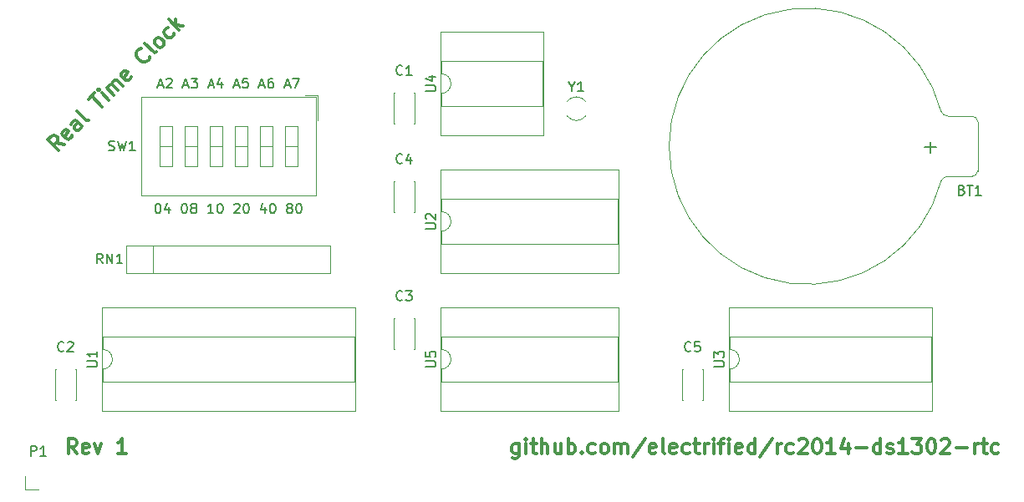
<source format=gto>
G04 #@! TF.FileFunction,Legend,Top*
%FSLAX46Y46*%
G04 Gerber Fmt 4.6, Leading zero omitted, Abs format (unit mm)*
G04 Created by KiCad (PCBNEW 4.0.7) date Sun Jan 21 13:03:22 2018*
%MOMM*%
%LPD*%
G01*
G04 APERTURE LIST*
%ADD10C,0.100000*%
%ADD11C,0.200000*%
%ADD12C,0.300000*%
%ADD13C,0.120000*%
%ADD14C,0.150000*%
G04 APERTURE END LIST*
D10*
D11*
X74089523Y-135342381D02*
X74184762Y-135342381D01*
X74280000Y-135390000D01*
X74327619Y-135437619D01*
X74375238Y-135532857D01*
X74422857Y-135723333D01*
X74422857Y-135961429D01*
X74375238Y-136151905D01*
X74327619Y-136247143D01*
X74280000Y-136294762D01*
X74184762Y-136342381D01*
X74089523Y-136342381D01*
X73994285Y-136294762D01*
X73946666Y-136247143D01*
X73899047Y-136151905D01*
X73851428Y-135961429D01*
X73851428Y-135723333D01*
X73899047Y-135532857D01*
X73946666Y-135437619D01*
X73994285Y-135390000D01*
X74089523Y-135342381D01*
X75280000Y-135675714D02*
X75280000Y-136342381D01*
X75041904Y-135294762D02*
X74803809Y-136009048D01*
X75422857Y-136009048D01*
X76756190Y-135342381D02*
X76851429Y-135342381D01*
X76946667Y-135390000D01*
X76994286Y-135437619D01*
X77041905Y-135532857D01*
X77089524Y-135723333D01*
X77089524Y-135961429D01*
X77041905Y-136151905D01*
X76994286Y-136247143D01*
X76946667Y-136294762D01*
X76851429Y-136342381D01*
X76756190Y-136342381D01*
X76660952Y-136294762D01*
X76613333Y-136247143D01*
X76565714Y-136151905D01*
X76518095Y-135961429D01*
X76518095Y-135723333D01*
X76565714Y-135532857D01*
X76613333Y-135437619D01*
X76660952Y-135390000D01*
X76756190Y-135342381D01*
X77660952Y-135770952D02*
X77565714Y-135723333D01*
X77518095Y-135675714D01*
X77470476Y-135580476D01*
X77470476Y-135532857D01*
X77518095Y-135437619D01*
X77565714Y-135390000D01*
X77660952Y-135342381D01*
X77851429Y-135342381D01*
X77946667Y-135390000D01*
X77994286Y-135437619D01*
X78041905Y-135532857D01*
X78041905Y-135580476D01*
X77994286Y-135675714D01*
X77946667Y-135723333D01*
X77851429Y-135770952D01*
X77660952Y-135770952D01*
X77565714Y-135818571D01*
X77518095Y-135866190D01*
X77470476Y-135961429D01*
X77470476Y-136151905D01*
X77518095Y-136247143D01*
X77565714Y-136294762D01*
X77660952Y-136342381D01*
X77851429Y-136342381D01*
X77946667Y-136294762D01*
X77994286Y-136247143D01*
X78041905Y-136151905D01*
X78041905Y-135961429D01*
X77994286Y-135866190D01*
X77946667Y-135818571D01*
X77851429Y-135770952D01*
X79756191Y-136342381D02*
X79184762Y-136342381D01*
X79470476Y-136342381D02*
X79470476Y-135342381D01*
X79375238Y-135485238D01*
X79280000Y-135580476D01*
X79184762Y-135628095D01*
X80375238Y-135342381D02*
X80470477Y-135342381D01*
X80565715Y-135390000D01*
X80613334Y-135437619D01*
X80660953Y-135532857D01*
X80708572Y-135723333D01*
X80708572Y-135961429D01*
X80660953Y-136151905D01*
X80613334Y-136247143D01*
X80565715Y-136294762D01*
X80470477Y-136342381D01*
X80375238Y-136342381D01*
X80280000Y-136294762D01*
X80232381Y-136247143D01*
X80184762Y-136151905D01*
X80137143Y-135961429D01*
X80137143Y-135723333D01*
X80184762Y-135532857D01*
X80232381Y-135437619D01*
X80280000Y-135390000D01*
X80375238Y-135342381D01*
X81851429Y-135437619D02*
X81899048Y-135390000D01*
X81994286Y-135342381D01*
X82232382Y-135342381D01*
X82327620Y-135390000D01*
X82375239Y-135437619D01*
X82422858Y-135532857D01*
X82422858Y-135628095D01*
X82375239Y-135770952D01*
X81803810Y-136342381D01*
X82422858Y-136342381D01*
X83041905Y-135342381D02*
X83137144Y-135342381D01*
X83232382Y-135390000D01*
X83280001Y-135437619D01*
X83327620Y-135532857D01*
X83375239Y-135723333D01*
X83375239Y-135961429D01*
X83327620Y-136151905D01*
X83280001Y-136247143D01*
X83232382Y-136294762D01*
X83137144Y-136342381D01*
X83041905Y-136342381D01*
X82946667Y-136294762D01*
X82899048Y-136247143D01*
X82851429Y-136151905D01*
X82803810Y-135961429D01*
X82803810Y-135723333D01*
X82851429Y-135532857D01*
X82899048Y-135437619D01*
X82946667Y-135390000D01*
X83041905Y-135342381D01*
X84994287Y-135675714D02*
X84994287Y-136342381D01*
X84756191Y-135294762D02*
X84518096Y-136009048D01*
X85137144Y-136009048D01*
X85708572Y-135342381D02*
X85803811Y-135342381D01*
X85899049Y-135390000D01*
X85946668Y-135437619D01*
X85994287Y-135532857D01*
X86041906Y-135723333D01*
X86041906Y-135961429D01*
X85994287Y-136151905D01*
X85946668Y-136247143D01*
X85899049Y-136294762D01*
X85803811Y-136342381D01*
X85708572Y-136342381D01*
X85613334Y-136294762D01*
X85565715Y-136247143D01*
X85518096Y-136151905D01*
X85470477Y-135961429D01*
X85470477Y-135723333D01*
X85518096Y-135532857D01*
X85565715Y-135437619D01*
X85613334Y-135390000D01*
X85708572Y-135342381D01*
X87375239Y-135770952D02*
X87280001Y-135723333D01*
X87232382Y-135675714D01*
X87184763Y-135580476D01*
X87184763Y-135532857D01*
X87232382Y-135437619D01*
X87280001Y-135390000D01*
X87375239Y-135342381D01*
X87565716Y-135342381D01*
X87660954Y-135390000D01*
X87708573Y-135437619D01*
X87756192Y-135532857D01*
X87756192Y-135580476D01*
X87708573Y-135675714D01*
X87660954Y-135723333D01*
X87565716Y-135770952D01*
X87375239Y-135770952D01*
X87280001Y-135818571D01*
X87232382Y-135866190D01*
X87184763Y-135961429D01*
X87184763Y-136151905D01*
X87232382Y-136247143D01*
X87280001Y-136294762D01*
X87375239Y-136342381D01*
X87565716Y-136342381D01*
X87660954Y-136294762D01*
X87708573Y-136247143D01*
X87756192Y-136151905D01*
X87756192Y-135961429D01*
X87708573Y-135866190D01*
X87660954Y-135818571D01*
X87565716Y-135770952D01*
X88375239Y-135342381D02*
X88470478Y-135342381D01*
X88565716Y-135390000D01*
X88613335Y-135437619D01*
X88660954Y-135532857D01*
X88708573Y-135723333D01*
X88708573Y-135961429D01*
X88660954Y-136151905D01*
X88613335Y-136247143D01*
X88565716Y-136294762D01*
X88470478Y-136342381D01*
X88375239Y-136342381D01*
X88280001Y-136294762D01*
X88232382Y-136247143D01*
X88184763Y-136151905D01*
X88137144Y-135961429D01*
X88137144Y-135723333D01*
X88184763Y-135532857D01*
X88232382Y-135437619D01*
X88280001Y-135390000D01*
X88375239Y-135342381D01*
X74137142Y-123356667D02*
X74613333Y-123356667D01*
X74041904Y-123642381D02*
X74375237Y-122642381D01*
X74708571Y-123642381D01*
X74994285Y-122737619D02*
X75041904Y-122690000D01*
X75137142Y-122642381D01*
X75375238Y-122642381D01*
X75470476Y-122690000D01*
X75518095Y-122737619D01*
X75565714Y-122832857D01*
X75565714Y-122928095D01*
X75518095Y-123070952D01*
X74946666Y-123642381D01*
X75565714Y-123642381D01*
X76708571Y-123356667D02*
X77184762Y-123356667D01*
X76613333Y-123642381D02*
X76946666Y-122642381D01*
X77280000Y-123642381D01*
X77518095Y-122642381D02*
X78137143Y-122642381D01*
X77803809Y-123023333D01*
X77946667Y-123023333D01*
X78041905Y-123070952D01*
X78089524Y-123118571D01*
X78137143Y-123213810D01*
X78137143Y-123451905D01*
X78089524Y-123547143D01*
X78041905Y-123594762D01*
X77946667Y-123642381D01*
X77660952Y-123642381D01*
X77565714Y-123594762D01*
X77518095Y-123547143D01*
X79280000Y-123356667D02*
X79756191Y-123356667D01*
X79184762Y-123642381D02*
X79518095Y-122642381D01*
X79851429Y-123642381D01*
X80613334Y-122975714D02*
X80613334Y-123642381D01*
X80375238Y-122594762D02*
X80137143Y-123309048D01*
X80756191Y-123309048D01*
X81851429Y-123356667D02*
X82327620Y-123356667D01*
X81756191Y-123642381D02*
X82089524Y-122642381D01*
X82422858Y-123642381D01*
X83232382Y-122642381D02*
X82756191Y-122642381D01*
X82708572Y-123118571D01*
X82756191Y-123070952D01*
X82851429Y-123023333D01*
X83089525Y-123023333D01*
X83184763Y-123070952D01*
X83232382Y-123118571D01*
X83280001Y-123213810D01*
X83280001Y-123451905D01*
X83232382Y-123547143D01*
X83184763Y-123594762D01*
X83089525Y-123642381D01*
X82851429Y-123642381D01*
X82756191Y-123594762D01*
X82708572Y-123547143D01*
X84422858Y-123356667D02*
X84899049Y-123356667D01*
X84327620Y-123642381D02*
X84660953Y-122642381D01*
X84994287Y-123642381D01*
X85756192Y-122642381D02*
X85565715Y-122642381D01*
X85470477Y-122690000D01*
X85422858Y-122737619D01*
X85327620Y-122880476D01*
X85280001Y-123070952D01*
X85280001Y-123451905D01*
X85327620Y-123547143D01*
X85375239Y-123594762D01*
X85470477Y-123642381D01*
X85660954Y-123642381D01*
X85756192Y-123594762D01*
X85803811Y-123547143D01*
X85851430Y-123451905D01*
X85851430Y-123213810D01*
X85803811Y-123118571D01*
X85756192Y-123070952D01*
X85660954Y-123023333D01*
X85470477Y-123023333D01*
X85375239Y-123070952D01*
X85327620Y-123118571D01*
X85280001Y-123213810D01*
X86994287Y-123356667D02*
X87470478Y-123356667D01*
X86899049Y-123642381D02*
X87232382Y-122642381D01*
X87565716Y-123642381D01*
X87803811Y-122642381D02*
X88470478Y-122642381D01*
X88041906Y-123642381D01*
D12*
X65909287Y-160698571D02*
X65409287Y-159984286D01*
X65052144Y-160698571D02*
X65052144Y-159198571D01*
X65623572Y-159198571D01*
X65766430Y-159270000D01*
X65837858Y-159341429D01*
X65909287Y-159484286D01*
X65909287Y-159698571D01*
X65837858Y-159841429D01*
X65766430Y-159912857D01*
X65623572Y-159984286D01*
X65052144Y-159984286D01*
X67123572Y-160627143D02*
X66980715Y-160698571D01*
X66695001Y-160698571D01*
X66552144Y-160627143D01*
X66480715Y-160484286D01*
X66480715Y-159912857D01*
X66552144Y-159770000D01*
X66695001Y-159698571D01*
X66980715Y-159698571D01*
X67123572Y-159770000D01*
X67195001Y-159912857D01*
X67195001Y-160055714D01*
X66480715Y-160198571D01*
X67695001Y-159698571D02*
X68052144Y-160698571D01*
X68409286Y-159698571D01*
X70909286Y-160698571D02*
X70052143Y-160698571D01*
X70480715Y-160698571D02*
X70480715Y-159198571D01*
X70337858Y-159412857D01*
X70195000Y-159555714D01*
X70052143Y-159627143D01*
X64647715Y-129351929D02*
X63789086Y-129200407D01*
X64041623Y-129958021D02*
X62980963Y-128897361D01*
X63385024Y-128493300D01*
X63536548Y-128442792D01*
X63637563Y-128442793D01*
X63789086Y-128493300D01*
X63940608Y-128644823D01*
X63991116Y-128796346D01*
X63991116Y-128897361D01*
X63940608Y-129048885D01*
X63536548Y-129452945D01*
X65455837Y-128442793D02*
X65405329Y-128594315D01*
X65203299Y-128796346D01*
X65051776Y-128846854D01*
X64900253Y-128796346D01*
X64496192Y-128392285D01*
X64445685Y-128240762D01*
X64496192Y-128089239D01*
X64698222Y-127887209D01*
X64849745Y-127836701D01*
X65001268Y-127887209D01*
X65102284Y-127988224D01*
X64698222Y-128594315D01*
X66465989Y-127533655D02*
X65910405Y-126978071D01*
X65758882Y-126927564D01*
X65607359Y-126978071D01*
X65405329Y-127180102D01*
X65354822Y-127331625D01*
X66415482Y-127483148D02*
X66364974Y-127634670D01*
X66112436Y-127887209D01*
X65960913Y-127937716D01*
X65809390Y-127887209D01*
X65708375Y-127786194D01*
X65657867Y-127634670D01*
X65708375Y-127483148D01*
X65960913Y-127230610D01*
X66011421Y-127079087D01*
X67122589Y-126877056D02*
X66971066Y-126927564D01*
X66819543Y-126877056D01*
X65910405Y-125967918D01*
X67122588Y-124755736D02*
X67728680Y-124149644D01*
X68486294Y-125513350D02*
X67425634Y-124452690D01*
X69142893Y-124856751D02*
X68435786Y-124149644D01*
X68082233Y-123796091D02*
X68082233Y-123897107D01*
X68183249Y-123897107D01*
X68183248Y-123796092D01*
X68082233Y-123796091D01*
X68183249Y-123897107D01*
X69647970Y-124351675D02*
X68940863Y-123644568D01*
X69041879Y-123745584D02*
X69041878Y-123644569D01*
X69092386Y-123493045D01*
X69243908Y-123341522D01*
X69395431Y-123291015D01*
X69546955Y-123341522D01*
X70102538Y-123897106D01*
X69546955Y-123341522D02*
X69496447Y-123189999D01*
X69546955Y-123038476D01*
X69698477Y-122886954D01*
X69850001Y-122836446D01*
X70001523Y-122886954D01*
X70557107Y-123442538D01*
X71415737Y-122482893D02*
X71365229Y-122634416D01*
X71163198Y-122836446D01*
X71011676Y-122886954D01*
X70860153Y-122836447D01*
X70456092Y-122432385D01*
X70405584Y-122280862D01*
X70456092Y-122129339D01*
X70658122Y-121927309D01*
X70809645Y-121876802D01*
X70961168Y-121927309D01*
X71062183Y-122028324D01*
X70658122Y-122634416D01*
X73284519Y-120513095D02*
X73284519Y-120614111D01*
X73183503Y-120816141D01*
X73082488Y-120917157D01*
X72880458Y-121018172D01*
X72678427Y-121018172D01*
X72526905Y-120967665D01*
X72274366Y-120816141D01*
X72122843Y-120664619D01*
X71971320Y-120412080D01*
X71920812Y-120260558D01*
X71920813Y-120058527D01*
X72021828Y-119856496D01*
X72122843Y-119755481D01*
X72324874Y-119654466D01*
X72425890Y-119654466D01*
X73991626Y-120008019D02*
X73840102Y-120058527D01*
X73688580Y-120008019D01*
X72779442Y-119098882D01*
X74547209Y-119452435D02*
X74395686Y-119502944D01*
X74294671Y-119502943D01*
X74143148Y-119452436D01*
X73840102Y-119149390D01*
X73789595Y-118997867D01*
X73789595Y-118896852D01*
X73840102Y-118745328D01*
X73991625Y-118593806D01*
X74143148Y-118543299D01*
X74244164Y-118543299D01*
X74395687Y-118593806D01*
X74698732Y-118896851D01*
X74749240Y-119048374D01*
X74749240Y-119149390D01*
X74698732Y-119300913D01*
X74547209Y-119452435D01*
X75759392Y-118139237D02*
X75708885Y-118290760D01*
X75506854Y-118492790D01*
X75355331Y-118543299D01*
X75254316Y-118543298D01*
X75102793Y-118492791D01*
X74799747Y-118189745D01*
X74749240Y-118038222D01*
X74749240Y-117937207D01*
X74799747Y-117785683D01*
X75001778Y-117583653D01*
X75153301Y-117533146D01*
X76264468Y-117735176D02*
X75203808Y-116674516D01*
X75961423Y-117230100D02*
X76668529Y-117331115D01*
X75961422Y-116624009D02*
X75961423Y-117432131D01*
X110691430Y-159698571D02*
X110691430Y-160912857D01*
X110620001Y-161055714D01*
X110548573Y-161127143D01*
X110405716Y-161198571D01*
X110191430Y-161198571D01*
X110048573Y-161127143D01*
X110691430Y-160627143D02*
X110548573Y-160698571D01*
X110262859Y-160698571D01*
X110120001Y-160627143D01*
X110048573Y-160555714D01*
X109977144Y-160412857D01*
X109977144Y-159984286D01*
X110048573Y-159841429D01*
X110120001Y-159770000D01*
X110262859Y-159698571D01*
X110548573Y-159698571D01*
X110691430Y-159770000D01*
X111405716Y-160698571D02*
X111405716Y-159698571D01*
X111405716Y-159198571D02*
X111334287Y-159270000D01*
X111405716Y-159341429D01*
X111477144Y-159270000D01*
X111405716Y-159198571D01*
X111405716Y-159341429D01*
X111905716Y-159698571D02*
X112477145Y-159698571D01*
X112120002Y-159198571D02*
X112120002Y-160484286D01*
X112191430Y-160627143D01*
X112334288Y-160698571D01*
X112477145Y-160698571D01*
X112977145Y-160698571D02*
X112977145Y-159198571D01*
X113620002Y-160698571D02*
X113620002Y-159912857D01*
X113548573Y-159770000D01*
X113405716Y-159698571D01*
X113191431Y-159698571D01*
X113048573Y-159770000D01*
X112977145Y-159841429D01*
X114977145Y-159698571D02*
X114977145Y-160698571D01*
X114334288Y-159698571D02*
X114334288Y-160484286D01*
X114405716Y-160627143D01*
X114548574Y-160698571D01*
X114762859Y-160698571D01*
X114905716Y-160627143D01*
X114977145Y-160555714D01*
X115691431Y-160698571D02*
X115691431Y-159198571D01*
X115691431Y-159770000D02*
X115834288Y-159698571D01*
X116120002Y-159698571D01*
X116262859Y-159770000D01*
X116334288Y-159841429D01*
X116405717Y-159984286D01*
X116405717Y-160412857D01*
X116334288Y-160555714D01*
X116262859Y-160627143D01*
X116120002Y-160698571D01*
X115834288Y-160698571D01*
X115691431Y-160627143D01*
X117048574Y-160555714D02*
X117120002Y-160627143D01*
X117048574Y-160698571D01*
X116977145Y-160627143D01*
X117048574Y-160555714D01*
X117048574Y-160698571D01*
X118405717Y-160627143D02*
X118262860Y-160698571D01*
X117977146Y-160698571D01*
X117834288Y-160627143D01*
X117762860Y-160555714D01*
X117691431Y-160412857D01*
X117691431Y-159984286D01*
X117762860Y-159841429D01*
X117834288Y-159770000D01*
X117977146Y-159698571D01*
X118262860Y-159698571D01*
X118405717Y-159770000D01*
X119262860Y-160698571D02*
X119120002Y-160627143D01*
X119048574Y-160555714D01*
X118977145Y-160412857D01*
X118977145Y-159984286D01*
X119048574Y-159841429D01*
X119120002Y-159770000D01*
X119262860Y-159698571D01*
X119477145Y-159698571D01*
X119620002Y-159770000D01*
X119691431Y-159841429D01*
X119762860Y-159984286D01*
X119762860Y-160412857D01*
X119691431Y-160555714D01*
X119620002Y-160627143D01*
X119477145Y-160698571D01*
X119262860Y-160698571D01*
X120405717Y-160698571D02*
X120405717Y-159698571D01*
X120405717Y-159841429D02*
X120477145Y-159770000D01*
X120620003Y-159698571D01*
X120834288Y-159698571D01*
X120977145Y-159770000D01*
X121048574Y-159912857D01*
X121048574Y-160698571D01*
X121048574Y-159912857D02*
X121120003Y-159770000D01*
X121262860Y-159698571D01*
X121477145Y-159698571D01*
X121620003Y-159770000D01*
X121691431Y-159912857D01*
X121691431Y-160698571D01*
X123477145Y-159127143D02*
X122191431Y-161055714D01*
X124548574Y-160627143D02*
X124405717Y-160698571D01*
X124120003Y-160698571D01*
X123977146Y-160627143D01*
X123905717Y-160484286D01*
X123905717Y-159912857D01*
X123977146Y-159770000D01*
X124120003Y-159698571D01*
X124405717Y-159698571D01*
X124548574Y-159770000D01*
X124620003Y-159912857D01*
X124620003Y-160055714D01*
X123905717Y-160198571D01*
X125477146Y-160698571D02*
X125334288Y-160627143D01*
X125262860Y-160484286D01*
X125262860Y-159198571D01*
X126620002Y-160627143D02*
X126477145Y-160698571D01*
X126191431Y-160698571D01*
X126048574Y-160627143D01*
X125977145Y-160484286D01*
X125977145Y-159912857D01*
X126048574Y-159770000D01*
X126191431Y-159698571D01*
X126477145Y-159698571D01*
X126620002Y-159770000D01*
X126691431Y-159912857D01*
X126691431Y-160055714D01*
X125977145Y-160198571D01*
X127977145Y-160627143D02*
X127834288Y-160698571D01*
X127548574Y-160698571D01*
X127405716Y-160627143D01*
X127334288Y-160555714D01*
X127262859Y-160412857D01*
X127262859Y-159984286D01*
X127334288Y-159841429D01*
X127405716Y-159770000D01*
X127548574Y-159698571D01*
X127834288Y-159698571D01*
X127977145Y-159770000D01*
X128405716Y-159698571D02*
X128977145Y-159698571D01*
X128620002Y-159198571D02*
X128620002Y-160484286D01*
X128691430Y-160627143D01*
X128834288Y-160698571D01*
X128977145Y-160698571D01*
X129477145Y-160698571D02*
X129477145Y-159698571D01*
X129477145Y-159984286D02*
X129548573Y-159841429D01*
X129620002Y-159770000D01*
X129762859Y-159698571D01*
X129905716Y-159698571D01*
X130405716Y-160698571D02*
X130405716Y-159698571D01*
X130405716Y-159198571D02*
X130334287Y-159270000D01*
X130405716Y-159341429D01*
X130477144Y-159270000D01*
X130405716Y-159198571D01*
X130405716Y-159341429D01*
X130905716Y-159698571D02*
X131477145Y-159698571D01*
X131120002Y-160698571D02*
X131120002Y-159412857D01*
X131191430Y-159270000D01*
X131334288Y-159198571D01*
X131477145Y-159198571D01*
X131977145Y-160698571D02*
X131977145Y-159698571D01*
X131977145Y-159198571D02*
X131905716Y-159270000D01*
X131977145Y-159341429D01*
X132048573Y-159270000D01*
X131977145Y-159198571D01*
X131977145Y-159341429D01*
X133262859Y-160627143D02*
X133120002Y-160698571D01*
X132834288Y-160698571D01*
X132691431Y-160627143D01*
X132620002Y-160484286D01*
X132620002Y-159912857D01*
X132691431Y-159770000D01*
X132834288Y-159698571D01*
X133120002Y-159698571D01*
X133262859Y-159770000D01*
X133334288Y-159912857D01*
X133334288Y-160055714D01*
X132620002Y-160198571D01*
X134620002Y-160698571D02*
X134620002Y-159198571D01*
X134620002Y-160627143D02*
X134477145Y-160698571D01*
X134191431Y-160698571D01*
X134048573Y-160627143D01*
X133977145Y-160555714D01*
X133905716Y-160412857D01*
X133905716Y-159984286D01*
X133977145Y-159841429D01*
X134048573Y-159770000D01*
X134191431Y-159698571D01*
X134477145Y-159698571D01*
X134620002Y-159770000D01*
X136405716Y-159127143D02*
X135120002Y-161055714D01*
X136905717Y-160698571D02*
X136905717Y-159698571D01*
X136905717Y-159984286D02*
X136977145Y-159841429D01*
X137048574Y-159770000D01*
X137191431Y-159698571D01*
X137334288Y-159698571D01*
X138477145Y-160627143D02*
X138334288Y-160698571D01*
X138048574Y-160698571D01*
X137905716Y-160627143D01*
X137834288Y-160555714D01*
X137762859Y-160412857D01*
X137762859Y-159984286D01*
X137834288Y-159841429D01*
X137905716Y-159770000D01*
X138048574Y-159698571D01*
X138334288Y-159698571D01*
X138477145Y-159770000D01*
X139048573Y-159341429D02*
X139120002Y-159270000D01*
X139262859Y-159198571D01*
X139620002Y-159198571D01*
X139762859Y-159270000D01*
X139834288Y-159341429D01*
X139905716Y-159484286D01*
X139905716Y-159627143D01*
X139834288Y-159841429D01*
X138977145Y-160698571D01*
X139905716Y-160698571D01*
X140834287Y-159198571D02*
X140977144Y-159198571D01*
X141120001Y-159270000D01*
X141191430Y-159341429D01*
X141262859Y-159484286D01*
X141334287Y-159770000D01*
X141334287Y-160127143D01*
X141262859Y-160412857D01*
X141191430Y-160555714D01*
X141120001Y-160627143D01*
X140977144Y-160698571D01*
X140834287Y-160698571D01*
X140691430Y-160627143D01*
X140620001Y-160555714D01*
X140548573Y-160412857D01*
X140477144Y-160127143D01*
X140477144Y-159770000D01*
X140548573Y-159484286D01*
X140620001Y-159341429D01*
X140691430Y-159270000D01*
X140834287Y-159198571D01*
X142762858Y-160698571D02*
X141905715Y-160698571D01*
X142334287Y-160698571D02*
X142334287Y-159198571D01*
X142191430Y-159412857D01*
X142048572Y-159555714D01*
X141905715Y-159627143D01*
X144048572Y-159698571D02*
X144048572Y-160698571D01*
X143691429Y-159127143D02*
X143334286Y-160198571D01*
X144262858Y-160198571D01*
X144834286Y-160127143D02*
X145977143Y-160127143D01*
X147334286Y-160698571D02*
X147334286Y-159198571D01*
X147334286Y-160627143D02*
X147191429Y-160698571D01*
X146905715Y-160698571D01*
X146762857Y-160627143D01*
X146691429Y-160555714D01*
X146620000Y-160412857D01*
X146620000Y-159984286D01*
X146691429Y-159841429D01*
X146762857Y-159770000D01*
X146905715Y-159698571D01*
X147191429Y-159698571D01*
X147334286Y-159770000D01*
X147977143Y-160627143D02*
X148120000Y-160698571D01*
X148405715Y-160698571D01*
X148548572Y-160627143D01*
X148620000Y-160484286D01*
X148620000Y-160412857D01*
X148548572Y-160270000D01*
X148405715Y-160198571D01*
X148191429Y-160198571D01*
X148048572Y-160127143D01*
X147977143Y-159984286D01*
X147977143Y-159912857D01*
X148048572Y-159770000D01*
X148191429Y-159698571D01*
X148405715Y-159698571D01*
X148548572Y-159770000D01*
X150048572Y-160698571D02*
X149191429Y-160698571D01*
X149620001Y-160698571D02*
X149620001Y-159198571D01*
X149477144Y-159412857D01*
X149334286Y-159555714D01*
X149191429Y-159627143D01*
X150548572Y-159198571D02*
X151477143Y-159198571D01*
X150977143Y-159770000D01*
X151191429Y-159770000D01*
X151334286Y-159841429D01*
X151405715Y-159912857D01*
X151477143Y-160055714D01*
X151477143Y-160412857D01*
X151405715Y-160555714D01*
X151334286Y-160627143D01*
X151191429Y-160698571D01*
X150762857Y-160698571D01*
X150620000Y-160627143D01*
X150548572Y-160555714D01*
X152405714Y-159198571D02*
X152548571Y-159198571D01*
X152691428Y-159270000D01*
X152762857Y-159341429D01*
X152834286Y-159484286D01*
X152905714Y-159770000D01*
X152905714Y-160127143D01*
X152834286Y-160412857D01*
X152762857Y-160555714D01*
X152691428Y-160627143D01*
X152548571Y-160698571D01*
X152405714Y-160698571D01*
X152262857Y-160627143D01*
X152191428Y-160555714D01*
X152120000Y-160412857D01*
X152048571Y-160127143D01*
X152048571Y-159770000D01*
X152120000Y-159484286D01*
X152191428Y-159341429D01*
X152262857Y-159270000D01*
X152405714Y-159198571D01*
X153477142Y-159341429D02*
X153548571Y-159270000D01*
X153691428Y-159198571D01*
X154048571Y-159198571D01*
X154191428Y-159270000D01*
X154262857Y-159341429D01*
X154334285Y-159484286D01*
X154334285Y-159627143D01*
X154262857Y-159841429D01*
X153405714Y-160698571D01*
X154334285Y-160698571D01*
X154977142Y-160127143D02*
X156119999Y-160127143D01*
X156834285Y-160698571D02*
X156834285Y-159698571D01*
X156834285Y-159984286D02*
X156905713Y-159841429D01*
X156977142Y-159770000D01*
X157119999Y-159698571D01*
X157262856Y-159698571D01*
X157548570Y-159698571D02*
X158119999Y-159698571D01*
X157762856Y-159198571D02*
X157762856Y-160484286D01*
X157834284Y-160627143D01*
X157977142Y-160698571D01*
X158119999Y-160698571D01*
X159262856Y-160627143D02*
X159119999Y-160698571D01*
X158834285Y-160698571D01*
X158691427Y-160627143D01*
X158619999Y-160555714D01*
X158548570Y-160412857D01*
X158548570Y-159984286D01*
X158619999Y-159841429D01*
X158691427Y-159770000D01*
X158834285Y-159698571D01*
X159119999Y-159698571D01*
X159262856Y-159770000D01*
D13*
X65830000Y-152130000D02*
X65830000Y-155250000D01*
X63710000Y-152130000D02*
X63710000Y-155250000D01*
X65830000Y-152130000D02*
X65766000Y-152130000D01*
X63774000Y-152130000D02*
X63710000Y-152130000D01*
X65830000Y-155250000D02*
X65766000Y-155250000D01*
X63774000Y-155250000D02*
X63710000Y-155250000D01*
X62000000Y-164330000D02*
X60670000Y-164330000D01*
X60670000Y-164330000D02*
X60670000Y-163000000D01*
X90310000Y-124330000D02*
X89040000Y-124330000D01*
X90310000Y-124330000D02*
X90310000Y-126870000D01*
X90110000Y-124530000D02*
X90110000Y-134550000D01*
X90110000Y-134550000D02*
X72450000Y-134550000D01*
X72450000Y-134550000D02*
X72450000Y-124530000D01*
X72450000Y-124530000D02*
X90110000Y-124530000D01*
X88265000Y-127510000D02*
X86995000Y-127510000D01*
X86995000Y-127510000D02*
X86995000Y-131570000D01*
X86995000Y-131570000D02*
X88265000Y-131570000D01*
X88265000Y-131570000D02*
X88265000Y-127510000D01*
X88265000Y-129540000D02*
X86995000Y-129540000D01*
X85725000Y-127510000D02*
X84455000Y-127510000D01*
X84455000Y-127510000D02*
X84455000Y-131570000D01*
X84455000Y-131570000D02*
X85725000Y-131570000D01*
X85725000Y-131570000D02*
X85725000Y-127510000D01*
X85725000Y-129540000D02*
X84455000Y-129540000D01*
X83185000Y-127510000D02*
X81915000Y-127510000D01*
X81915000Y-127510000D02*
X81915000Y-131570000D01*
X81915000Y-131570000D02*
X83185000Y-131570000D01*
X83185000Y-131570000D02*
X83185000Y-127510000D01*
X83185000Y-129540000D02*
X81915000Y-129540000D01*
X80645000Y-127510000D02*
X79375000Y-127510000D01*
X79375000Y-127510000D02*
X79375000Y-131570000D01*
X79375000Y-131570000D02*
X80645000Y-131570000D01*
X80645000Y-131570000D02*
X80645000Y-127510000D01*
X80645000Y-129540000D02*
X79375000Y-129540000D01*
X78105000Y-127510000D02*
X76835000Y-127510000D01*
X76835000Y-127510000D02*
X76835000Y-131570000D01*
X76835000Y-131570000D02*
X78105000Y-131570000D01*
X78105000Y-131570000D02*
X78105000Y-127510000D01*
X78105000Y-129540000D02*
X76835000Y-129540000D01*
X75565000Y-127510000D02*
X74295000Y-127510000D01*
X74295000Y-127510000D02*
X74295000Y-131570000D01*
X74295000Y-131570000D02*
X75565000Y-131570000D01*
X75565000Y-131570000D02*
X75565000Y-127510000D01*
X75565000Y-129540000D02*
X74295000Y-129540000D01*
X98000000Y-127270000D02*
X98000000Y-124150000D01*
X100120000Y-127270000D02*
X100120000Y-124150000D01*
X98000000Y-127270000D02*
X98064000Y-127270000D01*
X100056000Y-127270000D02*
X100120000Y-127270000D01*
X98000000Y-124150000D02*
X98064000Y-124150000D01*
X100056000Y-124150000D02*
X100120000Y-124150000D01*
X98000000Y-150130000D02*
X98000000Y-147010000D01*
X100120000Y-150130000D02*
X100120000Y-147010000D01*
X98000000Y-150130000D02*
X98064000Y-150130000D01*
X100056000Y-150130000D02*
X100120000Y-150130000D01*
X98000000Y-147010000D02*
X98064000Y-147010000D01*
X100056000Y-147010000D02*
X100120000Y-147010000D01*
X70950000Y-139570000D02*
X70950000Y-142370000D01*
X70950000Y-142370000D02*
X91610000Y-142370000D01*
X91610000Y-142370000D02*
X91610000Y-139570000D01*
X91610000Y-139570000D02*
X70950000Y-139570000D01*
X73660000Y-139570000D02*
X73660000Y-142370000D01*
X68520000Y-150130000D02*
G75*
G02X68520000Y-152130000I0J-1000000D01*
G01*
X68520000Y-152130000D02*
X68520000Y-153380000D01*
X68520000Y-153380000D02*
X94040000Y-153380000D01*
X94040000Y-153380000D02*
X94040000Y-148880000D01*
X94040000Y-148880000D02*
X68520000Y-148880000D01*
X68520000Y-148880000D02*
X68520000Y-150130000D01*
X68460000Y-156380000D02*
X94100000Y-156380000D01*
X94100000Y-156380000D02*
X94100000Y-145880000D01*
X94100000Y-145880000D02*
X68460000Y-145880000D01*
X68460000Y-145880000D02*
X68460000Y-156380000D01*
X98000000Y-136200000D02*
X98000000Y-133080000D01*
X100120000Y-136200000D02*
X100120000Y-133080000D01*
X98000000Y-136200000D02*
X98064000Y-136200000D01*
X100056000Y-136200000D02*
X100120000Y-136200000D01*
X98000000Y-133080000D02*
X98064000Y-133080000D01*
X100056000Y-133080000D02*
X100120000Y-133080000D01*
X127210000Y-155250000D02*
X127210000Y-152130000D01*
X129330000Y-155250000D02*
X129330000Y-152130000D01*
X127210000Y-155250000D02*
X127274000Y-155250000D01*
X129266000Y-155250000D02*
X129330000Y-155250000D01*
X127210000Y-152130000D02*
X127274000Y-152130000D01*
X129266000Y-152130000D02*
X129330000Y-152130000D01*
X117470217Y-124997137D02*
G75*
G03X115570000Y-124996856I-950217J-732863D01*
G01*
X117470217Y-126462863D02*
G75*
G02X115570000Y-126463144I-950217J732863D01*
G01*
X102810000Y-136160000D02*
G75*
G02X102810000Y-138160000I0J-1000000D01*
G01*
X102810000Y-138160000D02*
X102810000Y-139410000D01*
X102810000Y-139410000D02*
X120710000Y-139410000D01*
X120710000Y-139410000D02*
X120710000Y-134910000D01*
X120710000Y-134910000D02*
X102810000Y-134910000D01*
X102810000Y-134910000D02*
X102810000Y-136160000D01*
X102750000Y-142410000D02*
X120770000Y-142410000D01*
X120770000Y-142410000D02*
X120770000Y-131910000D01*
X120770000Y-131910000D02*
X102750000Y-131910000D01*
X102750000Y-131910000D02*
X102750000Y-142410000D01*
X132020000Y-150130000D02*
G75*
G02X132020000Y-152130000I0J-1000000D01*
G01*
X132020000Y-152130000D02*
X132020000Y-153380000D01*
X132020000Y-153380000D02*
X152460000Y-153380000D01*
X152460000Y-153380000D02*
X152460000Y-148880000D01*
X152460000Y-148880000D02*
X132020000Y-148880000D01*
X132020000Y-148880000D02*
X132020000Y-150130000D01*
X131960000Y-156380000D02*
X152520000Y-156380000D01*
X152520000Y-156380000D02*
X152520000Y-145880000D01*
X152520000Y-145880000D02*
X131960000Y-145880000D01*
X131960000Y-145880000D02*
X131960000Y-156380000D01*
X102810000Y-122190000D02*
G75*
G02X102810000Y-124190000I0J-1000000D01*
G01*
X102810000Y-124190000D02*
X102810000Y-125440000D01*
X102810000Y-125440000D02*
X113090000Y-125440000D01*
X113090000Y-125440000D02*
X113090000Y-120940000D01*
X113090000Y-120940000D02*
X102810000Y-120940000D01*
X102810000Y-120940000D02*
X102810000Y-122190000D01*
X102750000Y-128440000D02*
X113150000Y-128440000D01*
X113150000Y-128440000D02*
X113150000Y-117940000D01*
X113150000Y-117940000D02*
X102750000Y-117940000D01*
X102750000Y-117940000D02*
X102750000Y-128440000D01*
X102810000Y-150130000D02*
G75*
G02X102810000Y-152130000I0J-1000000D01*
G01*
X102810000Y-152130000D02*
X102810000Y-153380000D01*
X102810000Y-153380000D02*
X120710000Y-153380000D01*
X120710000Y-153380000D02*
X120710000Y-148880000D01*
X120710000Y-148880000D02*
X102810000Y-148880000D01*
X102810000Y-148880000D02*
X102810000Y-150130000D01*
X102750000Y-156380000D02*
X120770000Y-156380000D01*
X120770000Y-156380000D02*
X120770000Y-145880000D01*
X120770000Y-145880000D02*
X102750000Y-145880000D01*
X102750000Y-145880000D02*
X102750000Y-156380000D01*
X125910262Y-129555231D02*
G75*
G02X153460000Y-126020000I13999738J15231D01*
G01*
X125910262Y-129524769D02*
G75*
G03X153460000Y-133060000I13999738J-15231D01*
G01*
X153455231Y-125996515D02*
G75*
G03X154160000Y-126490000I704769J256515D01*
G01*
X153455231Y-133083485D02*
G75*
G02X154160000Y-132590000I704769J-256515D01*
G01*
X154160000Y-132590000D02*
X156610000Y-132590000D01*
X156610000Y-126490000D02*
X154160000Y-126490000D01*
X156610000Y-132590000D02*
G75*
G03X157160000Y-132040000I0J550000D01*
G01*
X156610000Y-126490000D02*
G75*
G02X157160000Y-127040000I0J-550000D01*
G01*
X157160000Y-132040000D02*
X157160000Y-127040000D01*
D14*
X64603334Y-150257143D02*
X64555715Y-150304762D01*
X64412858Y-150352381D01*
X64317620Y-150352381D01*
X64174762Y-150304762D01*
X64079524Y-150209524D01*
X64031905Y-150114286D01*
X63984286Y-149923810D01*
X63984286Y-149780952D01*
X64031905Y-149590476D01*
X64079524Y-149495238D01*
X64174762Y-149400000D01*
X64317620Y-149352381D01*
X64412858Y-149352381D01*
X64555715Y-149400000D01*
X64603334Y-149447619D01*
X64984286Y-149447619D02*
X65031905Y-149400000D01*
X65127143Y-149352381D01*
X65365239Y-149352381D01*
X65460477Y-149400000D01*
X65508096Y-149447619D01*
X65555715Y-149542857D01*
X65555715Y-149638095D01*
X65508096Y-149780952D01*
X64936667Y-150352381D01*
X65555715Y-150352381D01*
X61261905Y-160912381D02*
X61261905Y-159912381D01*
X61642858Y-159912381D01*
X61738096Y-159960000D01*
X61785715Y-160007619D01*
X61833334Y-160102857D01*
X61833334Y-160245714D01*
X61785715Y-160340952D01*
X61738096Y-160388571D01*
X61642858Y-160436190D01*
X61261905Y-160436190D01*
X62785715Y-160912381D02*
X62214286Y-160912381D01*
X62500000Y-160912381D02*
X62500000Y-159912381D01*
X62404762Y-160055238D01*
X62309524Y-160150476D01*
X62214286Y-160198095D01*
X69151667Y-129944762D02*
X69294524Y-129992381D01*
X69532620Y-129992381D01*
X69627858Y-129944762D01*
X69675477Y-129897143D01*
X69723096Y-129801905D01*
X69723096Y-129706667D01*
X69675477Y-129611429D01*
X69627858Y-129563810D01*
X69532620Y-129516190D01*
X69342143Y-129468571D01*
X69246905Y-129420952D01*
X69199286Y-129373333D01*
X69151667Y-129278095D01*
X69151667Y-129182857D01*
X69199286Y-129087619D01*
X69246905Y-129040000D01*
X69342143Y-128992381D01*
X69580239Y-128992381D01*
X69723096Y-129040000D01*
X70056429Y-128992381D02*
X70294524Y-129992381D01*
X70485001Y-129278095D01*
X70675477Y-129992381D01*
X70913572Y-128992381D01*
X71818334Y-129992381D02*
X71246905Y-129992381D01*
X71532619Y-129992381D02*
X71532619Y-128992381D01*
X71437381Y-129135238D01*
X71342143Y-129230476D01*
X71246905Y-129278095D01*
X98893334Y-122237143D02*
X98845715Y-122284762D01*
X98702858Y-122332381D01*
X98607620Y-122332381D01*
X98464762Y-122284762D01*
X98369524Y-122189524D01*
X98321905Y-122094286D01*
X98274286Y-121903810D01*
X98274286Y-121760952D01*
X98321905Y-121570476D01*
X98369524Y-121475238D01*
X98464762Y-121380000D01*
X98607620Y-121332381D01*
X98702858Y-121332381D01*
X98845715Y-121380000D01*
X98893334Y-121427619D01*
X99845715Y-122332381D02*
X99274286Y-122332381D01*
X99560000Y-122332381D02*
X99560000Y-121332381D01*
X99464762Y-121475238D01*
X99369524Y-121570476D01*
X99274286Y-121618095D01*
X98893334Y-145097143D02*
X98845715Y-145144762D01*
X98702858Y-145192381D01*
X98607620Y-145192381D01*
X98464762Y-145144762D01*
X98369524Y-145049524D01*
X98321905Y-144954286D01*
X98274286Y-144763810D01*
X98274286Y-144620952D01*
X98321905Y-144430476D01*
X98369524Y-144335238D01*
X98464762Y-144240000D01*
X98607620Y-144192381D01*
X98702858Y-144192381D01*
X98845715Y-144240000D01*
X98893334Y-144287619D01*
X99226667Y-144192381D02*
X99845715Y-144192381D01*
X99512381Y-144573333D01*
X99655239Y-144573333D01*
X99750477Y-144620952D01*
X99798096Y-144668571D01*
X99845715Y-144763810D01*
X99845715Y-145001905D01*
X99798096Y-145097143D01*
X99750477Y-145144762D01*
X99655239Y-145192381D01*
X99369524Y-145192381D01*
X99274286Y-145144762D01*
X99226667Y-145097143D01*
X68524524Y-141422381D02*
X68191190Y-140946190D01*
X67953095Y-141422381D02*
X67953095Y-140422381D01*
X68334048Y-140422381D01*
X68429286Y-140470000D01*
X68476905Y-140517619D01*
X68524524Y-140612857D01*
X68524524Y-140755714D01*
X68476905Y-140850952D01*
X68429286Y-140898571D01*
X68334048Y-140946190D01*
X67953095Y-140946190D01*
X68953095Y-141422381D02*
X68953095Y-140422381D01*
X69524524Y-141422381D01*
X69524524Y-140422381D01*
X70524524Y-141422381D02*
X69953095Y-141422381D01*
X70238809Y-141422381D02*
X70238809Y-140422381D01*
X70143571Y-140565238D01*
X70048333Y-140660476D01*
X69953095Y-140708095D01*
X66972381Y-151891905D02*
X67781905Y-151891905D01*
X67877143Y-151844286D01*
X67924762Y-151796667D01*
X67972381Y-151701429D01*
X67972381Y-151510952D01*
X67924762Y-151415714D01*
X67877143Y-151368095D01*
X67781905Y-151320476D01*
X66972381Y-151320476D01*
X67972381Y-150320476D02*
X67972381Y-150891905D01*
X67972381Y-150606191D02*
X66972381Y-150606191D01*
X67115238Y-150701429D01*
X67210476Y-150796667D01*
X67258095Y-150891905D01*
X98893334Y-131207143D02*
X98845715Y-131254762D01*
X98702858Y-131302381D01*
X98607620Y-131302381D01*
X98464762Y-131254762D01*
X98369524Y-131159524D01*
X98321905Y-131064286D01*
X98274286Y-130873810D01*
X98274286Y-130730952D01*
X98321905Y-130540476D01*
X98369524Y-130445238D01*
X98464762Y-130350000D01*
X98607620Y-130302381D01*
X98702858Y-130302381D01*
X98845715Y-130350000D01*
X98893334Y-130397619D01*
X99750477Y-130635714D02*
X99750477Y-131302381D01*
X99512381Y-130254762D02*
X99274286Y-130969048D01*
X99893334Y-130969048D01*
X128103334Y-150257143D02*
X128055715Y-150304762D01*
X127912858Y-150352381D01*
X127817620Y-150352381D01*
X127674762Y-150304762D01*
X127579524Y-150209524D01*
X127531905Y-150114286D01*
X127484286Y-149923810D01*
X127484286Y-149780952D01*
X127531905Y-149590476D01*
X127579524Y-149495238D01*
X127674762Y-149400000D01*
X127817620Y-149352381D01*
X127912858Y-149352381D01*
X128055715Y-149400000D01*
X128103334Y-149447619D01*
X129008096Y-149352381D02*
X128531905Y-149352381D01*
X128484286Y-149828571D01*
X128531905Y-149780952D01*
X128627143Y-149733333D01*
X128865239Y-149733333D01*
X128960477Y-149780952D01*
X129008096Y-149828571D01*
X129055715Y-149923810D01*
X129055715Y-150161905D01*
X129008096Y-150257143D01*
X128960477Y-150304762D01*
X128865239Y-150352381D01*
X128627143Y-150352381D01*
X128531905Y-150304762D01*
X128484286Y-150257143D01*
X116043809Y-123506190D02*
X116043809Y-123982381D01*
X115710476Y-122982381D02*
X116043809Y-123506190D01*
X116377143Y-122982381D01*
X117234286Y-123982381D02*
X116662857Y-123982381D01*
X116948571Y-123982381D02*
X116948571Y-122982381D01*
X116853333Y-123125238D01*
X116758095Y-123220476D01*
X116662857Y-123268095D01*
X101262381Y-137921905D02*
X102071905Y-137921905D01*
X102167143Y-137874286D01*
X102214762Y-137826667D01*
X102262381Y-137731429D01*
X102262381Y-137540952D01*
X102214762Y-137445714D01*
X102167143Y-137398095D01*
X102071905Y-137350476D01*
X101262381Y-137350476D01*
X101357619Y-136921905D02*
X101310000Y-136874286D01*
X101262381Y-136779048D01*
X101262381Y-136540952D01*
X101310000Y-136445714D01*
X101357619Y-136398095D01*
X101452857Y-136350476D01*
X101548095Y-136350476D01*
X101690952Y-136398095D01*
X102262381Y-136969524D01*
X102262381Y-136350476D01*
X130472381Y-151891905D02*
X131281905Y-151891905D01*
X131377143Y-151844286D01*
X131424762Y-151796667D01*
X131472381Y-151701429D01*
X131472381Y-151510952D01*
X131424762Y-151415714D01*
X131377143Y-151368095D01*
X131281905Y-151320476D01*
X130472381Y-151320476D01*
X130472381Y-150939524D02*
X130472381Y-150320476D01*
X130853333Y-150653810D01*
X130853333Y-150510952D01*
X130900952Y-150415714D01*
X130948571Y-150368095D01*
X131043810Y-150320476D01*
X131281905Y-150320476D01*
X131377143Y-150368095D01*
X131424762Y-150415714D01*
X131472381Y-150510952D01*
X131472381Y-150796667D01*
X131424762Y-150891905D01*
X131377143Y-150939524D01*
X101262381Y-123951905D02*
X102071905Y-123951905D01*
X102167143Y-123904286D01*
X102214762Y-123856667D01*
X102262381Y-123761429D01*
X102262381Y-123570952D01*
X102214762Y-123475714D01*
X102167143Y-123428095D01*
X102071905Y-123380476D01*
X101262381Y-123380476D01*
X101595714Y-122475714D02*
X102262381Y-122475714D01*
X101214762Y-122713810D02*
X101929048Y-122951905D01*
X101929048Y-122332857D01*
X101262381Y-151891905D02*
X102071905Y-151891905D01*
X102167143Y-151844286D01*
X102214762Y-151796667D01*
X102262381Y-151701429D01*
X102262381Y-151510952D01*
X102214762Y-151415714D01*
X102167143Y-151368095D01*
X102071905Y-151320476D01*
X101262381Y-151320476D01*
X101262381Y-150368095D02*
X101262381Y-150844286D01*
X101738571Y-150891905D01*
X101690952Y-150844286D01*
X101643333Y-150749048D01*
X101643333Y-150510952D01*
X101690952Y-150415714D01*
X101738571Y-150368095D01*
X101833810Y-150320476D01*
X102071905Y-150320476D01*
X102167143Y-150368095D01*
X102214762Y-150415714D01*
X102262381Y-150510952D01*
X102262381Y-150749048D01*
X102214762Y-150844286D01*
X102167143Y-150891905D01*
X155574286Y-133968571D02*
X155717143Y-134016190D01*
X155764762Y-134063810D01*
X155812381Y-134159048D01*
X155812381Y-134301905D01*
X155764762Y-134397143D01*
X155717143Y-134444762D01*
X155621905Y-134492381D01*
X155240952Y-134492381D01*
X155240952Y-133492381D01*
X155574286Y-133492381D01*
X155669524Y-133540000D01*
X155717143Y-133587619D01*
X155764762Y-133682857D01*
X155764762Y-133778095D01*
X155717143Y-133873333D01*
X155669524Y-133920952D01*
X155574286Y-133968571D01*
X155240952Y-133968571D01*
X156098095Y-133492381D02*
X156669524Y-133492381D01*
X156383809Y-134492381D02*
X156383809Y-133492381D01*
X157526667Y-134492381D02*
X156955238Y-134492381D01*
X157240952Y-134492381D02*
X157240952Y-133492381D01*
X157145714Y-133635238D01*
X157050476Y-133730476D01*
X156955238Y-133778095D01*
X151788572Y-129647143D02*
X152931429Y-129647143D01*
X152360000Y-130218571D02*
X152360000Y-129075714D01*
M02*

</source>
